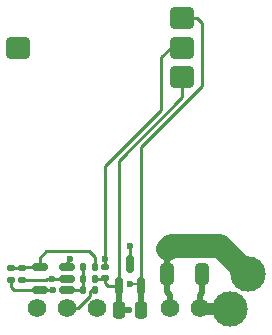
<source format=gbr>
%TF.GenerationSoftware,KiCad,Pcbnew,9.0.7*%
%TF.CreationDate,2026-02-10T23:33:18-08:00*%
%TF.ProjectId,sensor-pcb,73656e73-6f72-42d7-9063-622e6b696361,rev?*%
%TF.SameCoordinates,PXa5d4648PY5882b10*%
%TF.FileFunction,Copper,L1,Top*%
%TF.FilePolarity,Positive*%
%FSLAX46Y46*%
G04 Gerber Fmt 4.6, Leading zero omitted, Abs format (unit mm)*
G04 Created by KiCad (PCBNEW 9.0.7) date 2026-02-10 23:33:18*
%MOMM*%
%LPD*%
G01*
G04 APERTURE LIST*
G04 Aperture macros list*
%AMRoundRect*
0 Rectangle with rounded corners*
0 $1 Rounding radius*
0 $2 $3 $4 $5 $6 $7 $8 $9 X,Y pos of 4 corners*
0 Add a 4 corners polygon primitive as box body*
4,1,4,$2,$3,$4,$5,$6,$7,$8,$9,$2,$3,0*
0 Add four circle primitives for the rounded corners*
1,1,$1+$1,$2,$3*
1,1,$1+$1,$4,$5*
1,1,$1+$1,$6,$7*
1,1,$1+$1,$8,$9*
0 Add four rect primitives between the rounded corners*
20,1,$1+$1,$2,$3,$4,$5,0*
20,1,$1+$1,$4,$5,$6,$7,0*
20,1,$1+$1,$6,$7,$8,$9,0*
20,1,$1+$1,$8,$9,$2,$3,0*%
G04 Aperture macros list end*
%TA.AperFunction,SMDPad,CuDef*%
%ADD10RoundRect,0.250000X0.250000X0.475000X-0.250000X0.475000X-0.250000X-0.475000X0.250000X-0.475000X0*%
%TD*%
%TA.AperFunction,SMDPad,CuDef*%
%ADD11RoundRect,0.250000X0.325000X0.650000X-0.325000X0.650000X-0.325000X-0.650000X0.325000X-0.650000X0*%
%TD*%
%TA.AperFunction,SMDPad,CuDef*%
%ADD12RoundRect,0.135000X0.185000X-0.135000X0.185000X0.135000X-0.185000X0.135000X-0.185000X-0.135000X0*%
%TD*%
%TA.AperFunction,SMDPad,CuDef*%
%ADD13RoundRect,0.135000X-0.135000X-0.185000X0.135000X-0.185000X0.135000X0.185000X-0.135000X0.185000X0*%
%TD*%
%TA.AperFunction,ComponentPad*%
%ADD14C,3.000000*%
%TD*%
%TA.AperFunction,SMDPad,CuDef*%
%ADD15RoundRect,0.270000X0.730000X-0.630000X0.730000X0.630000X-0.730000X0.630000X-0.730000X-0.630000X0*%
%TD*%
%TA.AperFunction,SMDPad,CuDef*%
%ADD16RoundRect,0.150000X0.150000X-0.587500X0.150000X0.587500X-0.150000X0.587500X-0.150000X-0.587500X0*%
%TD*%
%TA.AperFunction,SMDPad,CuDef*%
%ADD17RoundRect,0.140000X-0.170000X0.140000X-0.170000X-0.140000X0.170000X-0.140000X0.170000X0.140000X0*%
%TD*%
%TA.AperFunction,SMDPad,CuDef*%
%ADD18RoundRect,0.135000X-0.185000X0.135000X-0.185000X-0.135000X0.185000X-0.135000X0.185000X0.135000X0*%
%TD*%
%TA.AperFunction,SMDPad,CuDef*%
%ADD19RoundRect,0.135000X0.135000X0.185000X-0.135000X0.185000X-0.135000X-0.185000X0.135000X-0.185000X0*%
%TD*%
%TA.AperFunction,ComponentPad*%
%ADD20C,1.574800*%
%TD*%
%TA.AperFunction,SMDPad,CuDef*%
%ADD21RoundRect,0.150000X0.512500X0.150000X-0.512500X0.150000X-0.512500X-0.150000X0.512500X-0.150000X0*%
%TD*%
%TA.AperFunction,ViaPad*%
%ADD22C,0.600000*%
%TD*%
%TA.AperFunction,Conductor*%
%ADD23C,0.250000*%
%TD*%
%TA.AperFunction,Conductor*%
%ADD24C,0.500000*%
%TD*%
%TA.AperFunction,Conductor*%
%ADD25C,2.000000*%
%TD*%
%TA.AperFunction,Conductor*%
%ADD26C,1.000000*%
%TD*%
%TA.AperFunction,Conductor*%
%ADD27C,0.200000*%
%TD*%
G04 APERTURE END LIST*
D10*
%TO.P,C3,1*%
%TO.N,+5V*%
X450000Y-12500000D03*
%TO.P,C3,2*%
%TO.N,GND*%
X-1450000Y-12500000D03*
%TD*%
D11*
%TO.P,C2,1*%
%TO.N,/MT1*%
X5575000Y-9400000D03*
%TO.P,C2,2*%
%TO.N,/MT2*%
X2625000Y-9400000D03*
%TD*%
D12*
%TO.P,R3,1*%
%TO.N,GND*%
X-9600000Y-9910000D03*
%TO.P,R3,2*%
%TO.N,/VREF*%
X-9600000Y-8890000D03*
%TD*%
D13*
%TO.P,R5,1*%
%TO.N,/OUT*%
X-4510000Y-10800000D03*
%TO.P,R5,2*%
%TO.N,/OUTPROT*%
X-3490000Y-10800000D03*
%TD*%
D14*
%TO.P,J3,1,Pin_1*%
%TO.N,/MT1*%
X8000000Y-12400000D03*
%TD*%
D15*
%TO.P,RV1,1,1*%
%TO.N,GND*%
X3950000Y7250000D03*
%TO.P,RV1,2,2*%
%TO.N,/VPOS*%
X3950000Y9750000D03*
%TO.P,RV1,3,3*%
%TO.N,+5V*%
X3950000Y12250000D03*
%TO.P,RV1,4*%
%TO.N,N/C*%
X-9950000Y9750000D03*
%TD*%
D16*
%TO.P,Q2,1,G*%
%TO.N,GND*%
X-1450000Y-10437500D03*
%TO.P,Q2,2,S*%
%TO.N,+5V*%
X450000Y-10437500D03*
%TO.P,Q2,3,D*%
%TO.N,/VIN*%
X-500000Y-8562500D03*
%TD*%
D17*
%TO.P,C1,1*%
%TO.N,/VPOS*%
X-2600000Y-8820000D03*
%TO.P,C1,2*%
%TO.N,GND*%
X-2600000Y-9780000D03*
%TD*%
D18*
%TO.P,R2,1*%
%TO.N,/VREF*%
X-10600000Y-8890000D03*
%TO.P,R2,2*%
%TO.N,+5V*%
X-10600000Y-9910000D03*
%TD*%
D14*
%TO.P,J4,1,Pin_1*%
%TO.N,/MT2*%
X9500000Y-9400000D03*
%TD*%
D19*
%TO.P,R4,1*%
%TO.N,GND*%
X-3490000Y-9800000D03*
%TO.P,R4,2*%
%TO.N,/OUT*%
X-4510000Y-9800000D03*
%TD*%
%TO.P,R1,1*%
%TO.N,/VREF*%
X-3490000Y-8800000D03*
%TO.P,R1,2*%
%TO.N,/OUT*%
X-4510000Y-8800000D03*
%TD*%
D20*
%TO.P,J1,1,Pin_1*%
%TO.N,/VIN*%
X-3260000Y-12300000D03*
%TO.P,J1,2,Pin_2*%
%TO.N,/OUTPROT*%
X-5800000Y-12300000D03*
%TO.P,J1,3,Pin_3*%
%TO.N,GND*%
X-8340000Y-12300000D03*
%TD*%
D21*
%TO.P,U1,1*%
%TO.N,/OUT*%
X-5862500Y-10750000D03*
%TO.P,U1,2,V-*%
%TO.N,GND*%
X-5862500Y-9800000D03*
%TO.P,U1,3,+*%
%TO.N,/VPOS*%
X-5862500Y-8850000D03*
%TO.P,U1,4,-*%
%TO.N,/VREF*%
X-8137500Y-8850000D03*
%TO.P,U1,5,V+*%
%TO.N,+5V*%
X-8137500Y-10750000D03*
%TD*%
D20*
%TO.P,J2,1,Pin_1*%
%TO.N,/MT1*%
X5445000Y-12300000D03*
%TO.P,J2,2,Pin_2*%
%TO.N,/MT2*%
X2905000Y-12300000D03*
%TD*%
D22*
%TO.N,GND*%
X-7100000Y-9800000D03*
X-550000Y-12500000D03*
%TO.N,+5V*%
X-500000Y-10300000D03*
X-7025000Y-10797339D03*
%TO.N,/VIN*%
X-500000Y-7000000D03*
%TO.N,/VPOS*%
X-2600000Y-8100000D03*
X-5600000Y-8125000D03*
%TD*%
D23*
%TO.N,+5V*%
X5600000Y11800000D02*
X5150000Y12250000D01*
X5600000Y6500000D02*
X5600000Y11800000D01*
X450000Y1350000D02*
X5600000Y6500000D01*
X450000Y-10437500D02*
X450000Y1350000D01*
X5150000Y12250000D02*
X3950000Y12250000D01*
%TO.N,GND*%
X3950000Y5550000D02*
X3950000Y7250000D01*
X-1450000Y150000D02*
X3950000Y5550000D01*
X-1450000Y-10437500D02*
X-1450000Y150000D01*
X-2620000Y-10180000D02*
X-2362500Y-10437500D01*
D24*
X-1650000Y-12300000D02*
X-1450000Y-12500000D01*
X-1450000Y-10437500D02*
X-1450000Y-12500000D01*
D23*
X-5862500Y-9800000D02*
X-6000000Y-9800000D01*
X-7610000Y-9910000D02*
X-7500000Y-9800000D01*
X-3490000Y-9800000D02*
X-2620000Y-9800000D01*
X-2620000Y-9800000D02*
X-2620000Y-10180000D01*
X-2362500Y-10437500D02*
X-1450000Y-10437500D01*
X-9600000Y-9910000D02*
X-7610000Y-9910000D01*
X-2620000Y-9800000D02*
X-2600000Y-9780000D01*
X-7500000Y-9800000D02*
X-5862500Y-9800000D01*
D24*
X-1450000Y-12500000D02*
X-550000Y-12500000D01*
%TO.N,/MT2*%
X2905000Y-11205000D02*
X2625000Y-10925000D01*
D25*
X7100000Y-7000000D02*
X3000000Y-7000000D01*
X9500000Y-9400000D02*
X7100000Y-7000000D01*
D24*
X2905000Y-12300000D02*
X2905000Y-11205000D01*
D25*
X3000000Y-7000000D02*
X2700000Y-7300000D01*
D24*
X2625000Y-7375000D02*
X2700000Y-7300000D01*
X2625000Y-10925000D02*
X2625000Y-9400000D01*
X2625000Y-9400000D02*
X2625000Y-7375000D01*
D26*
%TO.N,/MT1*%
X8000000Y-12400000D02*
X5545000Y-12400000D01*
D24*
X5575000Y-11025000D02*
X5445000Y-11155000D01*
X5445000Y-11155000D02*
X5445000Y-12300000D01*
X5575000Y-9400000D02*
X5575000Y-11025000D01*
D26*
X5545000Y-12400000D02*
X5445000Y-12300000D01*
D27*
%TO.N,+5V*%
X312500Y-10300000D02*
X450000Y-10437500D01*
D23*
X-8137500Y-10750000D02*
X-7072339Y-10750000D01*
D24*
X450000Y-12500000D02*
X450000Y-10437500D01*
D23*
X-10350000Y-10750000D02*
X-10600000Y-10500000D01*
X-7072339Y-10750000D02*
X-7025000Y-10797339D01*
D27*
X-500000Y-10300000D02*
X312500Y-10300000D01*
D23*
X-10600000Y-10500000D02*
X-10600000Y-9910000D01*
X-8137500Y-10750000D02*
X-10350000Y-10750000D01*
%TO.N,/VIN*%
X-500000Y-8562500D02*
X-500000Y-7000000D01*
%TO.N,/VPOS*%
X2950001Y9750000D02*
X2173000Y8972999D01*
X-2600000Y-300000D02*
X-2600000Y-8100000D01*
X-5862500Y-8850000D02*
X-5862500Y-8387500D01*
X-2600000Y-8820000D02*
X-2600000Y-8100000D01*
X2173000Y4473000D02*
X-2600000Y-300000D01*
X3950000Y9750000D02*
X2950001Y9750000D01*
X2173000Y8972999D02*
X2173000Y4473000D01*
X-5862500Y-8387500D02*
X-5600000Y-8125000D01*
%TO.N,/OUTPROT*%
X-5800000Y-12300000D02*
X-4900000Y-12300000D01*
X-4900000Y-12300000D02*
X-3914000Y-11314000D01*
X-3914000Y-11314000D02*
X-3914000Y-10914000D01*
X-3800000Y-10800000D02*
X-3490000Y-10800000D01*
X-3914000Y-10914000D02*
X-3800000Y-10800000D01*
%TO.N,/VREF*%
X-8137500Y-8850000D02*
X-8137500Y-8037500D01*
X-8137500Y-8037500D02*
X-7600000Y-7500000D01*
X-3490000Y-8010000D02*
X-3490000Y-8800000D01*
X-7600000Y-7500000D02*
X-4000000Y-7500000D01*
X-8137500Y-8850000D02*
X-9560000Y-8850000D01*
X-10600000Y-8890000D02*
X-9600000Y-8890000D01*
X-4000000Y-7500000D02*
X-3490000Y-8010000D01*
X-9560000Y-8850000D02*
X-9600000Y-8890000D01*
%TO.N,/OUT*%
X-4560000Y-10750000D02*
X-4510000Y-10800000D01*
X-5862500Y-10750000D02*
X-4560000Y-10750000D01*
X-4510000Y-9800000D02*
X-4510000Y-10800000D01*
X-4510000Y-8800000D02*
X-4510000Y-9800000D01*
%TD*%
M02*

</source>
